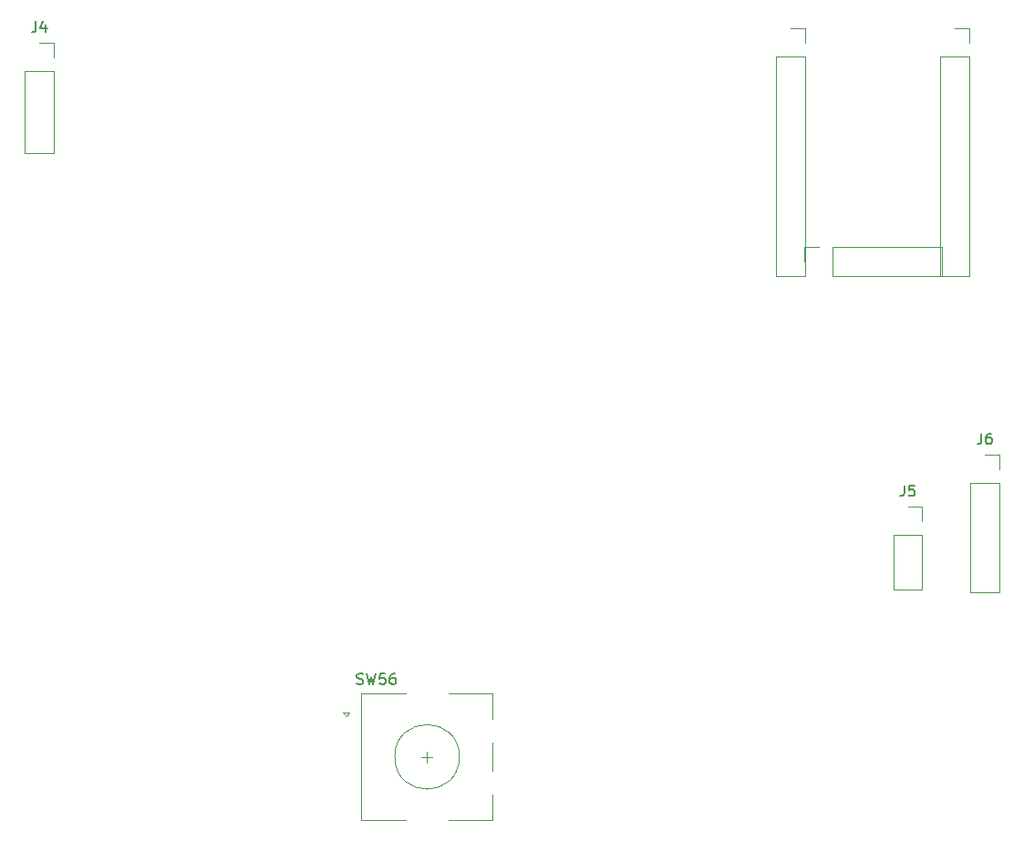
<source format=gbr>
%TF.GenerationSoftware,KiCad,Pcbnew,9.0.7*%
%TF.CreationDate,2026-01-24T03:10:21+09:00*%
%TF.ProjectId,YmmKeyboardMX,596d6d4b-6579-4626-9f61-72644d582e6b,rev?*%
%TF.SameCoordinates,Original*%
%TF.FileFunction,Legend,Top*%
%TF.FilePolarity,Positive*%
%FSLAX46Y46*%
G04 Gerber Fmt 4.6, Leading zero omitted, Abs format (unit mm)*
G04 Created by KiCad (PCBNEW 9.0.7) date 2026-01-24 03:10:21*
%MOMM*%
%LPD*%
G01*
G04 APERTURE LIST*
%ADD10C,0.150000*%
%ADD11C,0.120000*%
G04 APERTURE END LIST*
D10*
X209190476Y-102211200D02*
X209333333Y-102258819D01*
X209333333Y-102258819D02*
X209571428Y-102258819D01*
X209571428Y-102258819D02*
X209666666Y-102211200D01*
X209666666Y-102211200D02*
X209714285Y-102163580D01*
X209714285Y-102163580D02*
X209761904Y-102068342D01*
X209761904Y-102068342D02*
X209761904Y-101973104D01*
X209761904Y-101973104D02*
X209714285Y-101877866D01*
X209714285Y-101877866D02*
X209666666Y-101830247D01*
X209666666Y-101830247D02*
X209571428Y-101782628D01*
X209571428Y-101782628D02*
X209380952Y-101735009D01*
X209380952Y-101735009D02*
X209285714Y-101687390D01*
X209285714Y-101687390D02*
X209238095Y-101639771D01*
X209238095Y-101639771D02*
X209190476Y-101544533D01*
X209190476Y-101544533D02*
X209190476Y-101449295D01*
X209190476Y-101449295D02*
X209238095Y-101354057D01*
X209238095Y-101354057D02*
X209285714Y-101306438D01*
X209285714Y-101306438D02*
X209380952Y-101258819D01*
X209380952Y-101258819D02*
X209619047Y-101258819D01*
X209619047Y-101258819D02*
X209761904Y-101306438D01*
X210095238Y-101258819D02*
X210333333Y-102258819D01*
X210333333Y-102258819D02*
X210523809Y-101544533D01*
X210523809Y-101544533D02*
X210714285Y-102258819D01*
X210714285Y-102258819D02*
X210952381Y-101258819D01*
X211809523Y-101258819D02*
X211333333Y-101258819D01*
X211333333Y-101258819D02*
X211285714Y-101735009D01*
X211285714Y-101735009D02*
X211333333Y-101687390D01*
X211333333Y-101687390D02*
X211428571Y-101639771D01*
X211428571Y-101639771D02*
X211666666Y-101639771D01*
X211666666Y-101639771D02*
X211761904Y-101687390D01*
X211761904Y-101687390D02*
X211809523Y-101735009D01*
X211809523Y-101735009D02*
X211857142Y-101830247D01*
X211857142Y-101830247D02*
X211857142Y-102068342D01*
X211857142Y-102068342D02*
X211809523Y-102163580D01*
X211809523Y-102163580D02*
X211761904Y-102211200D01*
X211761904Y-102211200D02*
X211666666Y-102258819D01*
X211666666Y-102258819D02*
X211428571Y-102258819D01*
X211428571Y-102258819D02*
X211333333Y-102211200D01*
X211333333Y-102211200D02*
X211285714Y-102163580D01*
X212714285Y-101258819D02*
X212523809Y-101258819D01*
X212523809Y-101258819D02*
X212428571Y-101306438D01*
X212428571Y-101306438D02*
X212380952Y-101354057D01*
X212380952Y-101354057D02*
X212285714Y-101496914D01*
X212285714Y-101496914D02*
X212238095Y-101687390D01*
X212238095Y-101687390D02*
X212238095Y-102068342D01*
X212238095Y-102068342D02*
X212285714Y-102163580D01*
X212285714Y-102163580D02*
X212333333Y-102211200D01*
X212333333Y-102211200D02*
X212428571Y-102258819D01*
X212428571Y-102258819D02*
X212619047Y-102258819D01*
X212619047Y-102258819D02*
X212714285Y-102211200D01*
X212714285Y-102211200D02*
X212761904Y-102163580D01*
X212761904Y-102163580D02*
X212809523Y-102068342D01*
X212809523Y-102068342D02*
X212809523Y-101830247D01*
X212809523Y-101830247D02*
X212761904Y-101735009D01*
X212761904Y-101735009D02*
X212714285Y-101687390D01*
X212714285Y-101687390D02*
X212619047Y-101639771D01*
X212619047Y-101639771D02*
X212428571Y-101639771D01*
X212428571Y-101639771D02*
X212333333Y-101687390D01*
X212333333Y-101687390D02*
X212285714Y-101735009D01*
X212285714Y-101735009D02*
X212238095Y-101830247D01*
X260001666Y-83769819D02*
X260001666Y-84484104D01*
X260001666Y-84484104D02*
X259954047Y-84626961D01*
X259954047Y-84626961D02*
X259858809Y-84722200D01*
X259858809Y-84722200D02*
X259715952Y-84769819D01*
X259715952Y-84769819D02*
X259620714Y-84769819D01*
X260954047Y-83769819D02*
X260477857Y-83769819D01*
X260477857Y-83769819D02*
X260430238Y-84246009D01*
X260430238Y-84246009D02*
X260477857Y-84198390D01*
X260477857Y-84198390D02*
X260573095Y-84150771D01*
X260573095Y-84150771D02*
X260811190Y-84150771D01*
X260811190Y-84150771D02*
X260906428Y-84198390D01*
X260906428Y-84198390D02*
X260954047Y-84246009D01*
X260954047Y-84246009D02*
X261001666Y-84341247D01*
X261001666Y-84341247D02*
X261001666Y-84579342D01*
X261001666Y-84579342D02*
X260954047Y-84674580D01*
X260954047Y-84674580D02*
X260906428Y-84722200D01*
X260906428Y-84722200D02*
X260811190Y-84769819D01*
X260811190Y-84769819D02*
X260573095Y-84769819D01*
X260573095Y-84769819D02*
X260477857Y-84722200D01*
X260477857Y-84722200D02*
X260430238Y-84674580D01*
X179366666Y-40664819D02*
X179366666Y-41379104D01*
X179366666Y-41379104D02*
X179319047Y-41521961D01*
X179319047Y-41521961D02*
X179223809Y-41617200D01*
X179223809Y-41617200D02*
X179080952Y-41664819D01*
X179080952Y-41664819D02*
X178985714Y-41664819D01*
X180271428Y-40998152D02*
X180271428Y-41664819D01*
X180033333Y-40617200D02*
X179795238Y-41331485D01*
X179795238Y-41331485D02*
X180414285Y-41331485D01*
X267166666Y-78944819D02*
X267166666Y-79659104D01*
X267166666Y-79659104D02*
X267119047Y-79801961D01*
X267119047Y-79801961D02*
X267023809Y-79897200D01*
X267023809Y-79897200D02*
X266880952Y-79944819D01*
X266880952Y-79944819D02*
X266785714Y-79944819D01*
X268071428Y-78944819D02*
X267880952Y-78944819D01*
X267880952Y-78944819D02*
X267785714Y-78992438D01*
X267785714Y-78992438D02*
X267738095Y-79040057D01*
X267738095Y-79040057D02*
X267642857Y-79182914D01*
X267642857Y-79182914D02*
X267595238Y-79373390D01*
X267595238Y-79373390D02*
X267595238Y-79754342D01*
X267595238Y-79754342D02*
X267642857Y-79849580D01*
X267642857Y-79849580D02*
X267690476Y-79897200D01*
X267690476Y-79897200D02*
X267785714Y-79944819D01*
X267785714Y-79944819D02*
X267976190Y-79944819D01*
X267976190Y-79944819D02*
X268071428Y-79897200D01*
X268071428Y-79897200D02*
X268119047Y-79849580D01*
X268119047Y-79849580D02*
X268166666Y-79754342D01*
X268166666Y-79754342D02*
X268166666Y-79516247D01*
X268166666Y-79516247D02*
X268119047Y-79421009D01*
X268119047Y-79421009D02*
X268071428Y-79373390D01*
X268071428Y-79373390D02*
X267976190Y-79325771D01*
X267976190Y-79325771D02*
X267785714Y-79325771D01*
X267785714Y-79325771D02*
X267690476Y-79373390D01*
X267690476Y-79373390D02*
X267642857Y-79421009D01*
X267642857Y-79421009D02*
X267595238Y-79516247D01*
D11*
%TO.C,SW56*%
X218700000Y-109004000D02*
G75*
G02*
X212700000Y-109004000I-3000000J0D01*
G01*
X212700000Y-109004000D02*
G75*
G02*
X218700000Y-109004000I3000000J0D01*
G01*
X221800000Y-114904000D02*
X217700000Y-114904000D01*
X221800000Y-112504000D02*
X221800000Y-114904000D01*
X221800000Y-107704000D02*
X221800000Y-110304000D01*
X221800000Y-103104000D02*
X221800000Y-105504000D01*
X217700000Y-103104000D02*
X221800000Y-103104000D01*
X215700000Y-108504000D02*
X215700000Y-109504000D01*
X215200000Y-109004000D02*
X216200000Y-109004000D01*
X213700000Y-114904000D02*
X209600000Y-114904000D01*
X213700000Y-103104000D02*
X209600000Y-103104000D01*
X209600000Y-103104000D02*
X209600000Y-114904000D01*
X208500000Y-104904000D02*
X208200000Y-105204000D01*
X208200000Y-105204000D02*
X207900000Y-104904000D01*
X207900000Y-104904000D02*
X208500000Y-104904000D01*
%TO.C,J5*%
X261665000Y-88355000D02*
X261665000Y-93495000D01*
X261665000Y-85755000D02*
X261665000Y-87085000D01*
X260335000Y-85755000D02*
X261665000Y-85755000D01*
X259005000Y-93495000D02*
X261665000Y-93495000D01*
X259005000Y-88355000D02*
X261665000Y-88355000D01*
X259005000Y-88355000D02*
X259005000Y-93495000D01*
%TO.C,J4*%
X178370000Y-45250000D02*
X178370000Y-52930000D01*
X178370000Y-45250000D02*
X181030000Y-45250000D01*
X178370000Y-52930000D02*
X181030000Y-52930000D01*
X179700000Y-42650000D02*
X181030000Y-42650000D01*
X181030000Y-42650000D02*
X181030000Y-43980000D01*
X181030000Y-45250000D02*
X181030000Y-52930000D01*
%TO.C,J6*%
X266170000Y-83530000D02*
X266170000Y-93750000D01*
X266170000Y-83530000D02*
X268830000Y-83530000D01*
X266170000Y-93750000D02*
X268830000Y-93750000D01*
X267500000Y-80930000D02*
X268830000Y-80930000D01*
X268830000Y-80930000D02*
X268830000Y-82260000D01*
X268830000Y-83530000D02*
X268830000Y-93750000D01*
%TO.C,U1*%
X266020000Y-43920000D02*
X266020000Y-64300000D01*
X266020000Y-41320000D02*
X266020000Y-42650000D01*
X264690000Y-41320000D02*
X266020000Y-41320000D01*
X263530000Y-64300000D02*
X263530000Y-61640000D01*
X263360000Y-64300000D02*
X266020000Y-64300000D01*
X263360000Y-43920000D02*
X266020000Y-43920000D01*
X263360000Y-43920000D02*
X263360000Y-64300000D01*
X253310000Y-64300000D02*
X263530000Y-64300000D01*
X253310000Y-64300000D02*
X253310000Y-61640000D01*
X253310000Y-61640000D02*
X263530000Y-61640000D01*
X250780000Y-43920000D02*
X250780000Y-64300000D01*
X250780000Y-41320000D02*
X250780000Y-42650000D01*
X250710000Y-62970000D02*
X250710000Y-61640000D01*
X250710000Y-61640000D02*
X252040000Y-61640000D01*
X249450000Y-41320000D02*
X250780000Y-41320000D01*
X248120000Y-64300000D02*
X250780000Y-64300000D01*
X248120000Y-43920000D02*
X250780000Y-43920000D01*
X248120000Y-43920000D02*
X248120000Y-64300000D01*
%TD*%
M02*

</source>
